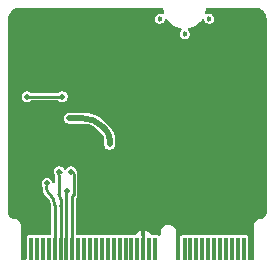
<source format=gbr>
%TF.GenerationSoftware,KiCad,Pcbnew,9.0.0*%
%TF.CreationDate,2025-05-23T15:58:18+04:00*%
%TF.ProjectId,02_02_sensor_barometer_DPS310XTSA1,30325f30-325f-4736-956e-736f725f6261,rev?*%
%TF.SameCoordinates,Original*%
%TF.FileFunction,Copper,L2,Bot*%
%TF.FilePolarity,Positive*%
%FSLAX46Y46*%
G04 Gerber Fmt 4.6, Leading zero omitted, Abs format (unit mm)*
G04 Created by KiCad (PCBNEW 9.0.0) date 2025-05-23 15:58:18*
%MOMM*%
%LPD*%
G01*
G04 APERTURE LIST*
%TA.AperFunction,SMDPad,CuDef*%
%ADD10R,0.350000X1.950000*%
%TD*%
%TA.AperFunction,ComponentPad*%
%ADD11C,0.454000*%
%TD*%
%TA.AperFunction,ViaPad*%
%ADD12C,0.500000*%
%TD*%
%TA.AperFunction,ViaPad*%
%ADD13C,0.700000*%
%TD*%
%TA.AperFunction,Conductor*%
%ADD14C,0.500000*%
%TD*%
%TA.AperFunction,Conductor*%
%ADD15C,0.250000*%
%TD*%
G04 APERTURE END LIST*
D10*
%TO.P,J1,2,3.3V*%
%TO.N,+3V3*%
X157501100Y-112840617D03*
%TO.P,J1,4,3.3V_EN*%
%TO.N,/3.3V_EN*%
X157001100Y-112840617D03*
%TO.P,J1,6,~{RESET}*%
%TO.N,+5V*%
X156501100Y-112840617D03*
%TO.P,J1,8,G11*%
%TO.N,/G11-SWO*%
X156001100Y-112840617D03*
%TO.P,J1,10,D0*%
%TO.N,/D0*%
X155501100Y-112840617D03*
%TO.P,J1,12,I2C_SDA*%
%TO.N,DPS310XTSA1_SDA*%
X155001100Y-112840617D03*
%TO.P,J1,14,I2C_SCL*%
%TO.N,DPS310XTSA1_SCL*%
X154501100Y-112840617D03*
%TO.P,J1,16,I2C_~{INT}*%
%TO.N,/I2C_~{INT}*%
X154001100Y-112840617D03*
%TO.P,J1,18,D1/CAM_TRIG*%
%TO.N,/D1-CAM_TRIG*%
X153501100Y-112840617D03*
%TO.P,J1,20,RX2*%
%TO.N,/UART_RX2*%
X153001100Y-112840617D03*
%TO.P,J1,22,TX2*%
%TO.N,/UART_TX2*%
X152501100Y-112840617D03*
%TO.P,J1,32,PWM0*%
%TO.N,/PWM0*%
X150001100Y-112840617D03*
%TO.P,J1,34,A0*%
%TO.N,/A0*%
X149501100Y-112840617D03*
%TO.P,J1,36,GND*%
%TO.N,GND*%
X149001100Y-112840617D03*
%TO.P,J1,38,A1*%
%TO.N,/A1*%
X148501100Y-112840617D03*
%TO.P,J1,40,G0/BUS0*%
%TO.N,/G0*%
X148001100Y-112840617D03*
%TO.P,J1,42,G1/BUS1*%
%TO.N,DPS310XTSA1_pwr_cyc*%
X147501100Y-112840617D03*
%TO.P,J1,44,G2/BUS2*%
%TO.N,/G2*%
X147001100Y-112840617D03*
%TO.P,J1,46,G3/BUS3*%
%TO.N,/G3*%
X146501100Y-112840617D03*
%TO.P,J1,48,G4/BUS4*%
%TO.N,/G4*%
X146001100Y-112840617D03*
%TO.P,J1,50,AUD_BCLK*%
%TO.N,/AUD_BCLK*%
X145501100Y-112840617D03*
%TO.P,J1,52,AUD_LRCLK*%
%TO.N,/AUD_LRCLK*%
X145001100Y-112840617D03*
%TO.P,J1,54,AUD_IN/CAM_PCLK*%
%TO.N,/AUD_IN-CAM_PCLK*%
X144501100Y-112840617D03*
%TO.P,J1,56,AUD_OUT/CAM_MCLK*%
%TO.N,/AUD_OUT-CAM_MCLK*%
X144001100Y-112840617D03*
%TO.P,J1,58,AUD_MCLK*%
%TO.N,/AUD_MCLK*%
X143501100Y-112840617D03*
%TO.P,J1,60,SPI_SCK1/SDIO_CLK*%
%TO.N,DPS310XTSA1_MOSI*%
X143001100Y-112840617D03*
%TO.P,J1,62,SPI_SDO1/SDIO_CMD*%
%TO.N,DPS310XTSA1_MISO*%
X142501100Y-112840617D03*
%TO.P,J1,64,SPI_SDI1/SDIO_DATA0*%
%TO.N,DPS310XTSA1_SCK*%
X142001100Y-112840617D03*
%TO.P,J1,66,SDIO_DATA1*%
%TO.N,DPS310XTSA1_CS*%
X141501100Y-112840617D03*
%TO.P,J1,68,SDIO_DATA2*%
%TO.N,/SDIO_DATA2*%
X141001100Y-112840617D03*
%TO.P,J1,70,SPI_~{CS1}/SDIO_DATA3*%
%TO.N,/SDIO_DATA3-~{SPI_CS1}*%
X140501100Y-112840617D03*
%TO.P,J1,72,RTC_3V*%
%TO.N,/RTC_3V_BATT*%
X140001100Y-112840617D03*
%TO.P,J1,74,3.3V*%
%TO.N,+3V3*%
X139501100Y-112840617D03*
D11*
%TO.P,J1,GND*%
%TO.N,N/C*%
X150401100Y-93365617D03*
X152501100Y-94665617D03*
X154601100Y-93365617D03*
%TD*%
D12*
%TO.N,+3V3*%
X142750000Y-101800000D03*
X146150000Y-104000000D03*
D13*
%TO.N,GND*%
X150500000Y-109300000D03*
X147500000Y-110300000D03*
X153100000Y-99900000D03*
X153100000Y-100900000D03*
X154100000Y-98900000D03*
X146500000Y-109300000D03*
X151500000Y-96500000D03*
X147500000Y-108300000D03*
X152100000Y-100900000D03*
X149500000Y-98500000D03*
X149500000Y-97500000D03*
X144500000Y-109300000D03*
X148500000Y-109300000D03*
X149500000Y-96500000D03*
X154100000Y-100900000D03*
X145500000Y-110300000D03*
X149500000Y-110300000D03*
X150500000Y-97500000D03*
X150500000Y-96500000D03*
X145500000Y-108300000D03*
X149500000Y-108300000D03*
X154100000Y-99900000D03*
D12*
%TO.N,DPS310XTSA1_CS*%
X140850000Y-107300000D03*
%TO.N,DPS310XTSA1_MISO*%
X139150000Y-99950000D03*
X142510542Y-107925000D03*
X142150000Y-99950000D03*
%TO.N,DPS310XTSA1_MOSI*%
X142885412Y-106300000D03*
%TO.N,DPS310XTSA1_SCK*%
X141900000Y-106300000D03*
%TD*%
D14*
%TO.N,+3V3*%
X146150000Y-103550000D02*
X146150000Y-104000000D01*
X145500000Y-102450000D02*
X145831801Y-102781801D01*
X142750000Y-101800000D02*
X143930761Y-101800000D01*
X145500000Y-102450000D02*
G75*
G03*
X143930761Y-101800016I-1569200J-1569200D01*
G01*
X146150000Y-103550000D02*
G75*
G03*
X145831802Y-102781800I-1086400J0D01*
G01*
D15*
%TO.N,DPS310XTSA1_CS*%
X141501100Y-109146852D02*
X141501100Y-112840617D01*
X140800000Y-107725000D02*
X140800000Y-107500000D01*
X140959099Y-108109099D02*
X141150550Y-108300550D01*
X140800000Y-107725000D02*
G75*
G03*
X140959099Y-108109099I543200J0D01*
G01*
X141501100Y-109146852D02*
G75*
G03*
X141150515Y-108300585I-1196800J-48D01*
G01*
%TO.N,DPS310XTSA1_MISO*%
X142501100Y-107941118D02*
X142501100Y-112840617D01*
X139150000Y-99950000D02*
X142150000Y-99950000D01*
X142505821Y-107929721D02*
X142510542Y-107925000D01*
X142505821Y-107929721D02*
G75*
G03*
X142501108Y-107941118I11379J-11379D01*
G01*
%TO.N,DPS310XTSA1_MOSI*%
X143100000Y-106470710D02*
X143100000Y-108280067D01*
X143001100Y-108518832D02*
X143001100Y-112840617D01*
X143050000Y-106350000D02*
X143000000Y-106300000D01*
X143001100Y-108518832D02*
G75*
G02*
X143050540Y-108399440I168800J32D01*
G01*
X143100000Y-106470710D02*
G75*
G03*
X143050003Y-106349997I-170700J10D01*
G01*
X143100000Y-108280067D02*
G75*
G02*
X143050560Y-108399460I-168800J-33D01*
G01*
%TO.N,DPS310XTSA1_SCK*%
X142001100Y-109201877D02*
X142001100Y-112840617D01*
X141850000Y-106556843D02*
X141850000Y-108243933D01*
X142000000Y-109199222D02*
X142000000Y-108606066D01*
X142000550Y-106299450D02*
X142000000Y-106300000D01*
X141925550Y-106374450D02*
X142000550Y-106299450D01*
X141850000Y-106556843D02*
G75*
G02*
X141925537Y-106374437I257900J43D01*
G01*
X142000550Y-109200550D02*
G75*
G02*
X142001109Y-109201877I-1350J-1350D01*
G01*
X142000000Y-108606066D02*
G75*
G03*
X141924990Y-108425010I-256100J-34D01*
G01*
X141925000Y-108425000D02*
G75*
G02*
X141849986Y-108243933I181100J181100D01*
G01*
X142000000Y-109199222D02*
G75*
G03*
X142000556Y-109200544I1900J22D01*
G01*
X142000550Y-106299450D02*
X142000550Y-106299450D01*
%TD*%
%TA.AperFunction,Conductor*%
%TO.N,GND*%
G36*
X150648938Y-92435802D02*
G01*
X150694693Y-92488606D01*
X150704637Y-92522470D01*
X150737251Y-92749313D01*
X150737254Y-92749323D01*
X150761978Y-92833525D01*
X150761978Y-92903395D01*
X150724204Y-92962173D01*
X150660648Y-92991198D01*
X150591490Y-92981254D01*
X150581002Y-92975848D01*
X150566111Y-92967250D01*
X150493623Y-92947828D01*
X150457381Y-92938117D01*
X150344819Y-92938117D01*
X150236089Y-92967250D01*
X150138609Y-93023532D01*
X150138606Y-93023534D01*
X150059017Y-93103123D01*
X150059015Y-93103126D01*
X150002733Y-93200606D01*
X149973600Y-93309336D01*
X149973600Y-93421897D01*
X150002733Y-93530627D01*
X150030874Y-93579367D01*
X150059015Y-93628108D01*
X150138609Y-93707702D01*
X150236091Y-93763984D01*
X150344819Y-93793117D01*
X150344821Y-93793117D01*
X150457379Y-93793117D01*
X150457381Y-93793117D01*
X150566109Y-93763984D01*
X150663591Y-93707702D01*
X150743185Y-93628108D01*
X150799467Y-93530626D01*
X150818161Y-93460855D01*
X150854524Y-93401197D01*
X150917370Y-93370667D01*
X150986746Y-93378961D01*
X151040624Y-93423446D01*
X151042249Y-93425909D01*
X151056040Y-93447368D01*
X151056043Y-93447372D01*
X151224701Y-93642015D01*
X151419344Y-93810673D01*
X151419350Y-93810677D01*
X151635996Y-93949907D01*
X151636019Y-93949920D01*
X151870277Y-94056902D01*
X151870281Y-94056903D01*
X151870283Y-94056904D01*
X152117399Y-94129464D01*
X152147843Y-94133841D01*
X152211399Y-94162864D01*
X152249175Y-94221641D01*
X152249177Y-94291511D01*
X152217881Y-94344260D01*
X152159014Y-94403126D01*
X152102733Y-94500606D01*
X152073600Y-94609336D01*
X152073600Y-94721897D01*
X152102733Y-94830627D01*
X152130874Y-94879367D01*
X152159015Y-94928108D01*
X152238609Y-95007702D01*
X152336091Y-95063984D01*
X152444819Y-95093117D01*
X152444821Y-95093117D01*
X152557379Y-95093117D01*
X152557381Y-95093117D01*
X152666109Y-95063984D01*
X152763591Y-95007702D01*
X152843185Y-94928108D01*
X152899467Y-94830626D01*
X152928600Y-94721898D01*
X152928600Y-94609336D01*
X152899467Y-94500608D01*
X152843185Y-94403126D01*
X152784319Y-94344260D01*
X152750834Y-94282937D01*
X152755818Y-94213245D01*
X152797690Y-94157312D01*
X152854356Y-94133841D01*
X152863862Y-94132474D01*
X152884790Y-94129466D01*
X152884793Y-94129465D01*
X152884801Y-94129464D01*
X153131917Y-94056904D01*
X153131920Y-94056902D01*
X153131922Y-94056902D01*
X153366180Y-93949920D01*
X153366184Y-93949917D01*
X153366192Y-93949914D01*
X153582856Y-93810673D01*
X153777498Y-93642015D01*
X153946156Y-93447373D01*
X153959948Y-93425911D01*
X154012751Y-93380156D01*
X154081910Y-93370212D01*
X154145466Y-93399236D01*
X154183241Y-93458014D01*
X154184035Y-93460843D01*
X154202733Y-93530626D01*
X154259015Y-93628108D01*
X154338609Y-93707702D01*
X154436091Y-93763984D01*
X154544819Y-93793117D01*
X154544821Y-93793117D01*
X154657379Y-93793117D01*
X154657381Y-93793117D01*
X154766109Y-93763984D01*
X154863591Y-93707702D01*
X154943185Y-93628108D01*
X154999467Y-93530626D01*
X155028600Y-93421898D01*
X155028600Y-93309336D01*
X154999467Y-93200608D01*
X154943185Y-93103126D01*
X154863591Y-93023532D01*
X154807588Y-92991198D01*
X154766110Y-92967250D01*
X154711745Y-92952683D01*
X154657381Y-92938117D01*
X154544819Y-92938117D01*
X154436087Y-92967251D01*
X154421195Y-92975849D01*
X154353294Y-92992319D01*
X154287268Y-92969465D01*
X154244079Y-92914543D01*
X154237440Y-92844989D01*
X154240217Y-92833540D01*
X154264947Y-92749318D01*
X154280737Y-92639501D01*
X154297563Y-92522470D01*
X154326588Y-92458914D01*
X154385366Y-92421140D01*
X154420301Y-92416117D01*
X158493234Y-92416117D01*
X158506716Y-92416852D01*
X158537216Y-92420187D01*
X158653104Y-92432863D01*
X158673654Y-92436890D01*
X158811775Y-92476317D01*
X158831349Y-92483743D01*
X158960838Y-92545843D01*
X158960865Y-92545856D01*
X158978917Y-92556475D01*
X159067068Y-92618914D01*
X159096114Y-92639488D01*
X159096133Y-92639501D01*
X159112142Y-92653009D01*
X159213701Y-92754570D01*
X159227208Y-92770578D01*
X159310233Y-92887796D01*
X159320852Y-92905850D01*
X159382957Y-93035356D01*
X159390387Y-93054939D01*
X159429813Y-93193063D01*
X159433840Y-93213617D01*
X159449865Y-93360146D01*
X159450600Y-93373627D01*
X159450600Y-109755872D01*
X159449451Y-109772714D01*
X159435814Y-109872185D01*
X159429333Y-109898169D01*
X159396341Y-109987818D01*
X159384432Y-110011804D01*
X159379611Y-110019341D01*
X159332964Y-110092274D01*
X159316183Y-110113144D01*
X159248633Y-110180692D01*
X159227763Y-110197471D01*
X159147286Y-110248941D01*
X159123298Y-110260850D01*
X159033656Y-110293836D01*
X159007671Y-110300317D01*
X158906155Y-110314230D01*
X158892791Y-110315329D01*
X158872130Y-110315907D01*
X158864324Y-110317542D01*
X158838078Y-110319407D01*
X158838072Y-110319408D01*
X158723484Y-110352555D01*
X158618415Y-110409056D01*
X158618407Y-110409062D01*
X158527573Y-110486380D01*
X158455019Y-110581074D01*
X158455018Y-110581076D01*
X158403992Y-110688904D01*
X158388678Y-110754259D01*
X158376775Y-110805053D01*
X158376007Y-110844291D01*
X158375600Y-110844699D01*
X158375600Y-110865177D01*
X158375590Y-110865687D01*
X158375579Y-110866282D01*
X158375579Y-110866318D01*
X158375020Y-110896650D01*
X158375600Y-110900539D01*
X158375600Y-113676000D01*
X158355915Y-113743039D01*
X158303111Y-113788794D01*
X158251600Y-113800000D01*
X158000600Y-113800000D01*
X157933561Y-113780315D01*
X157887806Y-113727511D01*
X157876600Y-113676000D01*
X157876600Y-111845866D01*
X157876599Y-111845864D01*
X157864968Y-111787387D01*
X157864967Y-111787386D01*
X157820652Y-111721064D01*
X157754330Y-111676749D01*
X157754329Y-111676748D01*
X157695852Y-111665117D01*
X157695848Y-111665117D01*
X157306352Y-111665117D01*
X157306351Y-111665117D01*
X157275288Y-111671295D01*
X157226912Y-111671295D01*
X157195849Y-111665117D01*
X157195848Y-111665117D01*
X156806352Y-111665117D01*
X156806351Y-111665117D01*
X156775288Y-111671295D01*
X156726912Y-111671295D01*
X156695849Y-111665117D01*
X156695848Y-111665117D01*
X156306352Y-111665117D01*
X156306351Y-111665117D01*
X156275288Y-111671295D01*
X156226912Y-111671295D01*
X156195849Y-111665117D01*
X156195848Y-111665117D01*
X155806352Y-111665117D01*
X155806351Y-111665117D01*
X155775288Y-111671295D01*
X155726912Y-111671295D01*
X155695849Y-111665117D01*
X155695848Y-111665117D01*
X155306352Y-111665117D01*
X155306351Y-111665117D01*
X155275288Y-111671295D01*
X155226912Y-111671295D01*
X155195849Y-111665117D01*
X155195848Y-111665117D01*
X154806352Y-111665117D01*
X154806351Y-111665117D01*
X154775288Y-111671295D01*
X154726912Y-111671295D01*
X154695849Y-111665117D01*
X154695848Y-111665117D01*
X154306352Y-111665117D01*
X154306351Y-111665117D01*
X154275288Y-111671295D01*
X154226912Y-111671295D01*
X154195849Y-111665117D01*
X154195848Y-111665117D01*
X153806352Y-111665117D01*
X153806351Y-111665117D01*
X153775288Y-111671295D01*
X153726912Y-111671295D01*
X153695849Y-111665117D01*
X153695848Y-111665117D01*
X153306352Y-111665117D01*
X153306351Y-111665117D01*
X153275288Y-111671295D01*
X153226912Y-111671295D01*
X153195849Y-111665117D01*
X153195848Y-111665117D01*
X152806352Y-111665117D01*
X152806351Y-111665117D01*
X152775288Y-111671295D01*
X152726912Y-111671295D01*
X152695849Y-111665117D01*
X152695848Y-111665117D01*
X152306352Y-111665117D01*
X152306347Y-111665117D01*
X152247870Y-111676748D01*
X152247869Y-111676749D01*
X152181547Y-111721064D01*
X152137232Y-111787386D01*
X152137231Y-111787387D01*
X152125600Y-111845864D01*
X152125600Y-113676000D01*
X152123049Y-113684685D01*
X152124338Y-113693647D01*
X152113359Y-113717687D01*
X152105915Y-113743039D01*
X152099074Y-113748966D01*
X152095313Y-113757203D01*
X152073078Y-113771492D01*
X152053111Y-113788794D01*
X152042596Y-113791081D01*
X152036535Y-113794977D01*
X152001600Y-113800000D01*
X151900600Y-113800000D01*
X151833561Y-113780315D01*
X151787806Y-113727511D01*
X151776600Y-113676000D01*
X151776600Y-111392323D01*
X151776599Y-111392319D01*
X151770504Y-111365617D01*
X151743981Y-111249411D01*
X151680379Y-111117340D01*
X151667532Y-111101231D01*
X151654618Y-111085037D01*
X151588983Y-111002734D01*
X151523346Y-110950390D01*
X151474379Y-110911339D01*
X151474376Y-110911337D01*
X151342309Y-110847737D01*
X151342307Y-110847736D01*
X151342306Y-110847736D01*
X151297254Y-110837453D01*
X151199397Y-110815117D01*
X151199394Y-110815117D01*
X151052806Y-110815117D01*
X151052802Y-110815117D01*
X150909890Y-110847737D01*
X150777823Y-110911337D01*
X150777820Y-110911339D01*
X150663217Y-111002734D01*
X150571822Y-111117337D01*
X150571820Y-111117340D01*
X150508220Y-111249407D01*
X150475600Y-111392319D01*
X150475600Y-111592609D01*
X150455915Y-111659648D01*
X150403111Y-111705403D01*
X150333953Y-111715347D01*
X150282710Y-111695712D01*
X150265080Y-111683932D01*
X150254331Y-111676750D01*
X150254330Y-111676749D01*
X150254329Y-111676749D01*
X150254329Y-111676748D01*
X150195852Y-111665117D01*
X150195848Y-111665117D01*
X149806352Y-111665117D01*
X149806351Y-111665117D01*
X149775288Y-111671295D01*
X149767053Y-111671300D01*
X149762330Y-111673167D01*
X149727549Y-111671328D01*
X149727084Y-111671329D01*
X149726378Y-111671189D01*
X149695848Y-111665117D01*
X149695617Y-111665117D01*
X149689493Y-111663908D01*
X149663592Y-111650407D01*
X149636509Y-111639452D01*
X149630266Y-111633035D01*
X149627535Y-111631612D01*
X149625619Y-111628260D01*
X149614243Y-111616567D01*
X149533290Y-111508429D01*
X149533287Y-111508426D01*
X149418193Y-111422266D01*
X149418186Y-111422262D01*
X149283479Y-111372020D01*
X149283472Y-111372018D01*
X149223944Y-111365617D01*
X149176100Y-111365617D01*
X149176100Y-111691603D01*
X149173549Y-111700288D01*
X149174838Y-111709250D01*
X149158065Y-111753021D01*
X149156415Y-111758642D01*
X149155661Y-111759294D01*
X149155202Y-111760494D01*
X149137233Y-111787386D01*
X149137231Y-111787390D01*
X149125600Y-111845864D01*
X149125600Y-112716617D01*
X149123049Y-112725302D01*
X149124338Y-112734264D01*
X149113359Y-112758304D01*
X149105915Y-112783656D01*
X149099074Y-112789583D01*
X149095313Y-112797820D01*
X149073078Y-112812109D01*
X149053111Y-112829411D01*
X149042596Y-112831698D01*
X149036535Y-112835594D01*
X149001600Y-112840617D01*
X149000600Y-112840617D01*
X148933561Y-112820932D01*
X148887806Y-112768128D01*
X148876600Y-112716617D01*
X148876600Y-111845866D01*
X148876599Y-111845864D01*
X148864968Y-111787390D01*
X148864967Y-111787389D01*
X148864967Y-111787386D01*
X148846997Y-111760493D01*
X148843960Y-111750793D01*
X148837306Y-111743114D01*
X148833697Y-111718014D01*
X148826120Y-111693816D01*
X148826100Y-111691603D01*
X148826100Y-111365617D01*
X148778255Y-111365617D01*
X148718727Y-111372018D01*
X148718720Y-111372020D01*
X148584013Y-111422262D01*
X148584006Y-111422266D01*
X148468912Y-111508426D01*
X148387956Y-111616568D01*
X148365880Y-111633092D01*
X148346007Y-111652214D01*
X148336583Y-111655023D01*
X148332022Y-111658438D01*
X148312706Y-111663908D01*
X148306582Y-111665117D01*
X148306352Y-111665117D01*
X148275824Y-111671189D01*
X148275116Y-111671329D01*
X148274742Y-111671295D01*
X148226912Y-111671295D01*
X148195849Y-111665117D01*
X148195848Y-111665117D01*
X147806352Y-111665117D01*
X147806351Y-111665117D01*
X147775288Y-111671295D01*
X147726912Y-111671295D01*
X147695849Y-111665117D01*
X147695848Y-111665117D01*
X147306352Y-111665117D01*
X147306351Y-111665117D01*
X147275288Y-111671295D01*
X147226912Y-111671295D01*
X147195849Y-111665117D01*
X147195848Y-111665117D01*
X146806352Y-111665117D01*
X146806351Y-111665117D01*
X146775288Y-111671295D01*
X146726912Y-111671295D01*
X146695849Y-111665117D01*
X146695848Y-111665117D01*
X146306352Y-111665117D01*
X146306351Y-111665117D01*
X146275288Y-111671295D01*
X146226912Y-111671295D01*
X146195849Y-111665117D01*
X146195848Y-111665117D01*
X145806352Y-111665117D01*
X145806351Y-111665117D01*
X145775288Y-111671295D01*
X145726912Y-111671295D01*
X145695849Y-111665117D01*
X145695848Y-111665117D01*
X145306352Y-111665117D01*
X145306351Y-111665117D01*
X145275288Y-111671295D01*
X145226912Y-111671295D01*
X145195849Y-111665117D01*
X145195848Y-111665117D01*
X144806352Y-111665117D01*
X144806351Y-111665117D01*
X144775288Y-111671295D01*
X144726912Y-111671295D01*
X144695849Y-111665117D01*
X144695848Y-111665117D01*
X144306352Y-111665117D01*
X144306351Y-111665117D01*
X144275288Y-111671295D01*
X144226912Y-111671295D01*
X144195849Y-111665117D01*
X144195848Y-111665117D01*
X143806352Y-111665117D01*
X143806351Y-111665117D01*
X143775288Y-111671295D01*
X143726912Y-111671295D01*
X143695849Y-111665117D01*
X143695848Y-111665117D01*
X143450600Y-111665117D01*
X143383561Y-111645432D01*
X143337806Y-111592628D01*
X143326600Y-111541117D01*
X143326600Y-108615671D01*
X143346285Y-108548632D01*
X143347494Y-108546785D01*
X143369260Y-108514207D01*
X143406522Y-108424224D01*
X143425509Y-108328700D01*
X143425500Y-108280003D01*
X143425500Y-106427857D01*
X143425500Y-106421876D01*
X143425497Y-106421858D01*
X143425498Y-106421854D01*
X143406432Y-106325983D01*
X143406431Y-106325980D01*
X143406431Y-106325978D01*
X143369029Y-106235675D01*
X143369028Y-106235673D01*
X143322869Y-106166590D01*
X143306198Y-106129796D01*
X143305211Y-106126115D01*
X143305211Y-106126114D01*
X143305210Y-106126112D01*
X143245901Y-106023387D01*
X143162025Y-105939511D01*
X143059298Y-105880201D01*
X142944721Y-105849500D01*
X142826103Y-105849500D01*
X142711526Y-105880201D01*
X142711524Y-105880201D01*
X142711524Y-105880202D01*
X142608799Y-105939511D01*
X142608796Y-105939513D01*
X142524925Y-106023384D01*
X142524923Y-106023387D01*
X142500093Y-106066394D01*
X142449525Y-106114609D01*
X142380918Y-106127831D01*
X142316054Y-106101863D01*
X142285319Y-106066394D01*
X142260489Y-106023387D01*
X142176613Y-105939511D01*
X142073886Y-105880201D01*
X141959309Y-105849500D01*
X141840691Y-105849500D01*
X141726114Y-105880201D01*
X141726112Y-105880201D01*
X141726112Y-105880202D01*
X141623387Y-105939511D01*
X141623384Y-105939513D01*
X141539513Y-106023384D01*
X141539511Y-106023387D01*
X141480201Y-106126114D01*
X141449500Y-106240691D01*
X141449500Y-106359309D01*
X141477684Y-106464494D01*
X141480202Y-106473890D01*
X141480203Y-106473891D01*
X141507886Y-106521838D01*
X141524500Y-106583839D01*
X141524500Y-107134798D01*
X141504815Y-107201837D01*
X141452011Y-107247592D01*
X141382853Y-107257536D01*
X141319297Y-107228511D01*
X141281523Y-107169733D01*
X141280725Y-107166892D01*
X141269799Y-107126114D01*
X141210489Y-107023387D01*
X141126613Y-106939511D01*
X141023886Y-106880201D01*
X140909309Y-106849500D01*
X140790691Y-106849500D01*
X140676114Y-106880201D01*
X140676112Y-106880201D01*
X140676112Y-106880202D01*
X140573387Y-106939511D01*
X140573384Y-106939513D01*
X140489513Y-107023384D01*
X140489511Y-107023387D01*
X140430201Y-107126114D01*
X140399500Y-107240691D01*
X140399500Y-107359309D01*
X140410806Y-107401502D01*
X140430202Y-107473890D01*
X140430203Y-107473891D01*
X140457886Y-107521838D01*
X140462036Y-107537326D01*
X140469477Y-107548904D01*
X140474499Y-107583836D01*
X140474500Y-107583838D01*
X140474500Y-107767853D01*
X140474500Y-107767855D01*
X140474501Y-107777849D01*
X140474501Y-107793373D01*
X140495890Y-107928420D01*
X140538146Y-108058468D01*
X140600222Y-108180297D01*
X140600228Y-108180306D01*
X140680586Y-108290912D01*
X140694293Y-108304619D01*
X140694303Y-108304630D01*
X140698633Y-108308960D01*
X140698634Y-108308961D01*
X140883940Y-108494266D01*
X140883944Y-108494274D01*
X140916953Y-108527280D01*
X140923561Y-108534429D01*
X141002867Y-108627275D01*
X141014305Y-108643016D01*
X141075556Y-108742957D01*
X141084390Y-108760293D01*
X141129251Y-108868579D01*
X141135266Y-108887086D01*
X141162636Y-109001069D01*
X141165680Y-109020286D01*
X141175217Y-109141390D01*
X141175600Y-109151125D01*
X141175600Y-111541117D01*
X141155915Y-111608156D01*
X141103111Y-111653911D01*
X141051600Y-111665117D01*
X140806351Y-111665117D01*
X140775288Y-111671295D01*
X140726912Y-111671295D01*
X140695849Y-111665117D01*
X140695848Y-111665117D01*
X140306352Y-111665117D01*
X140306351Y-111665117D01*
X140275288Y-111671295D01*
X140226912Y-111671295D01*
X140195849Y-111665117D01*
X140195848Y-111665117D01*
X139806352Y-111665117D01*
X139806351Y-111665117D01*
X139775288Y-111671295D01*
X139726912Y-111671295D01*
X139695849Y-111665117D01*
X139695848Y-111665117D01*
X139306352Y-111665117D01*
X139306347Y-111665117D01*
X139247870Y-111676748D01*
X139247869Y-111676749D01*
X139181547Y-111721064D01*
X139137232Y-111787386D01*
X139137231Y-111787387D01*
X139125600Y-111845864D01*
X139125600Y-113676000D01*
X139105915Y-113743039D01*
X139053111Y-113788794D01*
X139001600Y-113800000D01*
X138750600Y-113800000D01*
X138683561Y-113780315D01*
X138637806Y-113727511D01*
X138626600Y-113676000D01*
X138626600Y-110881241D01*
X138627044Y-110880593D01*
X138626600Y-110864897D01*
X138626600Y-110844699D01*
X138626600Y-110826203D01*
X138625358Y-110820392D01*
X138624921Y-110804774D01*
X138596979Y-110689222D01*
X138545670Y-110581983D01*
X138473227Y-110487723D01*
X138382803Y-110410546D01*
X138278333Y-110353810D01*
X138278331Y-110353809D01*
X138278326Y-110353807D01*
X138164368Y-110319986D01*
X138164370Y-110319986D01*
X138164365Y-110319985D01*
X138164363Y-110319984D01*
X138164360Y-110319984D01*
X138138070Y-110317895D01*
X138137667Y-110317863D01*
X138119954Y-110316397D01*
X138118915Y-110315596D01*
X138105852Y-110315230D01*
X138102491Y-110314952D01*
X138101888Y-110314719D01*
X138095880Y-110314225D01*
X137994523Y-110300333D01*
X137968538Y-110293853D01*
X137878887Y-110260863D01*
X137854901Y-110248955D01*
X137774423Y-110197486D01*
X137753555Y-110180709D01*
X137685997Y-110113152D01*
X137669222Y-110092288D01*
X137617751Y-110011812D01*
X137605842Y-109987826D01*
X137572848Y-109898172D01*
X137566367Y-109872187D01*
X137552749Y-109772844D01*
X137551600Y-109756003D01*
X137551600Y-101740691D01*
X142299500Y-101740691D01*
X142299500Y-101859309D01*
X142330201Y-101973886D01*
X142389511Y-102076613D01*
X142473387Y-102160489D01*
X142576114Y-102219799D01*
X142690691Y-102250500D01*
X142690694Y-102250500D01*
X143871456Y-102250500D01*
X143871460Y-102250501D01*
X143926708Y-102250500D01*
X143934812Y-102250764D01*
X144153532Y-102265097D01*
X144169600Y-102267212D01*
X144380594Y-102309178D01*
X144396240Y-102313371D01*
X144599946Y-102382517D01*
X144614919Y-102388718D01*
X144807864Y-102483867D01*
X144821894Y-102491968D01*
X145000760Y-102611482D01*
X145013620Y-102621350D01*
X145178225Y-102765703D01*
X145184116Y-102771220D01*
X145202417Y-102789520D01*
X145202419Y-102789522D01*
X145508927Y-103096030D01*
X145517099Y-103105046D01*
X145584582Y-103187274D01*
X145598087Y-103207486D01*
X145645334Y-103295879D01*
X145654637Y-103318337D01*
X145683734Y-103414257D01*
X145688476Y-103438097D01*
X145693656Y-103490691D01*
X145698903Y-103543955D01*
X145699500Y-103556110D01*
X145699500Y-104059309D01*
X145730201Y-104173886D01*
X145789511Y-104276613D01*
X145873387Y-104360489D01*
X145976114Y-104419799D01*
X146090691Y-104450500D01*
X146090694Y-104450500D01*
X146209306Y-104450500D01*
X146209309Y-104450500D01*
X146323886Y-104419799D01*
X146426613Y-104360489D01*
X146510489Y-104276613D01*
X146569799Y-104173886D01*
X146600500Y-104059309D01*
X146600500Y-103490691D01*
X146600500Y-103483104D01*
X146600498Y-103483070D01*
X146600498Y-103449266D01*
X146581723Y-103306653D01*
X146574202Y-103249523D01*
X146522058Y-103054921D01*
X146444960Y-102868790D01*
X146387087Y-102768551D01*
X146344227Y-102694314D01*
X146221583Y-102534481D01*
X146221577Y-102534474D01*
X145854882Y-102167779D01*
X145854854Y-102167728D01*
X145712539Y-102025413D01*
X145478108Y-101838462D01*
X145478099Y-101838456D01*
X145396618Y-101787259D01*
X145224205Y-101678926D01*
X144954038Y-101548823D01*
X144954035Y-101548822D01*
X144954031Y-101548820D01*
X144671009Y-101449789D01*
X144671001Y-101449787D01*
X144378672Y-101383068D01*
X144378667Y-101383067D01*
X144378661Y-101383066D01*
X144378660Y-101383066D01*
X144080684Y-101349497D01*
X144080679Y-101349497D01*
X143930753Y-101349500D01*
X142690691Y-101349500D01*
X142576114Y-101380201D01*
X142576112Y-101380201D01*
X142576112Y-101380202D01*
X142473387Y-101439511D01*
X142473384Y-101439513D01*
X142389513Y-101523384D01*
X142389511Y-101523387D01*
X142330201Y-101626114D01*
X142299500Y-101740691D01*
X137551600Y-101740691D01*
X137551600Y-99890691D01*
X138699500Y-99890691D01*
X138699500Y-100009309D01*
X138730201Y-100123886D01*
X138789511Y-100226613D01*
X138873387Y-100310489D01*
X138976114Y-100369799D01*
X139090691Y-100400500D01*
X139090694Y-100400500D01*
X139209306Y-100400500D01*
X139209309Y-100400500D01*
X139323886Y-100369799D01*
X139426613Y-100310489D01*
X139426620Y-100310481D01*
X139433059Y-100305542D01*
X139434157Y-100306973D01*
X139486606Y-100278334D01*
X139512964Y-100275500D01*
X141787036Y-100275500D01*
X141854075Y-100295185D01*
X141866935Y-100305548D01*
X141866941Y-100305542D01*
X141873382Y-100310484D01*
X141873387Y-100310489D01*
X141976114Y-100369799D01*
X142090691Y-100400500D01*
X142090694Y-100400500D01*
X142209306Y-100400500D01*
X142209309Y-100400500D01*
X142323886Y-100369799D01*
X142426613Y-100310489D01*
X142510489Y-100226613D01*
X142569799Y-100123886D01*
X142600500Y-100009309D01*
X142600500Y-99890691D01*
X142569799Y-99776114D01*
X142510489Y-99673387D01*
X142426613Y-99589511D01*
X142323886Y-99530201D01*
X142209309Y-99499500D01*
X142090691Y-99499500D01*
X141976114Y-99530201D01*
X141976112Y-99530201D01*
X141976112Y-99530202D01*
X141873387Y-99589511D01*
X141866941Y-99594458D01*
X141865842Y-99593026D01*
X141813394Y-99621666D01*
X141787036Y-99624500D01*
X139512964Y-99624500D01*
X139445925Y-99604815D01*
X139433064Y-99594451D01*
X139433059Y-99594458D01*
X139426615Y-99589513D01*
X139426613Y-99589511D01*
X139323886Y-99530201D01*
X139209309Y-99499500D01*
X139090691Y-99499500D01*
X138976114Y-99530201D01*
X138976112Y-99530201D01*
X138976112Y-99530202D01*
X138873387Y-99589511D01*
X138873384Y-99589513D01*
X138789513Y-99673384D01*
X138789511Y-99673387D01*
X138730201Y-99776114D01*
X138699500Y-99890691D01*
X137551600Y-99890691D01*
X137551600Y-93373470D01*
X137552335Y-93359989D01*
X137561824Y-93273225D01*
X137568343Y-93213611D01*
X137572370Y-93193061D01*
X137611797Y-93054931D01*
X137619223Y-93035356D01*
X137681335Y-92905836D01*
X137691953Y-92887786D01*
X137774980Y-92770565D01*
X137788478Y-92754566D01*
X137890053Y-92652989D01*
X137906048Y-92639493D01*
X138023275Y-92556459D01*
X138041318Y-92545845D01*
X138170846Y-92483726D01*
X138190415Y-92476302D01*
X138328541Y-92436873D01*
X138349091Y-92432846D01*
X138495327Y-92416851D01*
X138508809Y-92416117D01*
X150581899Y-92416117D01*
X150648938Y-92435802D01*
G37*
%TD.AperFunction*%
%TD*%
M02*

</source>
